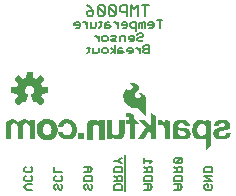
<source format=gbr>
G04 EAGLE Gerber RS-274X export*
G75*
%MOMM*%
%FSLAX34Y34*%
%LPD*%
%INSilkscreen Bottom*%
%IPPOS*%
%AMOC8*
5,1,8,0,0,1.08239X$1,22.5*%
G01*
%ADD10C,0.152400*%
%ADD11C,0.127000*%
%ADD12C,0.025400*%
%ADD13R,0.495300X0.485100*%

G36*
X35990Y100476D02*
X35990Y100476D01*
X36098Y100486D01*
X36111Y100492D01*
X36125Y100494D01*
X36222Y100542D01*
X36321Y100587D01*
X36334Y100598D01*
X36343Y100602D01*
X36358Y100618D01*
X36435Y100680D01*
X39020Y103265D01*
X39083Y103354D01*
X39149Y103439D01*
X39154Y103452D01*
X39162Y103464D01*
X39193Y103567D01*
X39229Y103670D01*
X39229Y103684D01*
X39233Y103697D01*
X39229Y103805D01*
X39230Y103914D01*
X39225Y103927D01*
X39225Y103941D01*
X39187Y104043D01*
X39152Y104145D01*
X39143Y104160D01*
X39139Y104169D01*
X39125Y104186D01*
X39071Y104268D01*
X36307Y107658D01*
X36864Y108740D01*
X36870Y108760D01*
X36912Y108855D01*
X37283Y110014D01*
X41634Y110457D01*
X41738Y110485D01*
X41844Y110510D01*
X41856Y110517D01*
X41869Y110520D01*
X41959Y110581D01*
X42052Y110638D01*
X42060Y110649D01*
X42072Y110657D01*
X42138Y110743D01*
X42207Y110827D01*
X42211Y110840D01*
X42220Y110851D01*
X42254Y110954D01*
X42293Y111055D01*
X42294Y111073D01*
X42298Y111082D01*
X42298Y111104D01*
X42307Y111202D01*
X42307Y114858D01*
X42290Y114965D01*
X42276Y115073D01*
X42270Y115085D01*
X42268Y115099D01*
X42216Y115195D01*
X42169Y115292D01*
X42159Y115302D01*
X42153Y115314D01*
X42073Y115388D01*
X41997Y115465D01*
X41985Y115471D01*
X41975Y115481D01*
X41876Y115526D01*
X41779Y115574D01*
X41761Y115578D01*
X41752Y115582D01*
X41731Y115584D01*
X41634Y115603D01*
X37283Y116046D01*
X36912Y117205D01*
X36903Y117223D01*
X36901Y117230D01*
X36897Y117237D01*
X36864Y117320D01*
X36307Y118402D01*
X39071Y121792D01*
X39125Y121886D01*
X39182Y121978D01*
X39185Y121991D01*
X39192Y122003D01*
X39213Y122110D01*
X39238Y122215D01*
X39236Y122229D01*
X39239Y122243D01*
X39224Y122350D01*
X39214Y122458D01*
X39208Y122471D01*
X39206Y122485D01*
X39158Y122582D01*
X39113Y122681D01*
X39102Y122694D01*
X39098Y122703D01*
X39082Y122718D01*
X39020Y122795D01*
X36435Y125380D01*
X36346Y125443D01*
X36261Y125509D01*
X36248Y125514D01*
X36236Y125522D01*
X36133Y125553D01*
X36030Y125589D01*
X36016Y125589D01*
X36003Y125593D01*
X35895Y125589D01*
X35786Y125590D01*
X35773Y125585D01*
X35759Y125585D01*
X35657Y125547D01*
X35555Y125512D01*
X35540Y125503D01*
X35531Y125499D01*
X35514Y125485D01*
X35432Y125431D01*
X32042Y122667D01*
X30960Y123224D01*
X30940Y123230D01*
X30845Y123272D01*
X29686Y123643D01*
X29243Y127994D01*
X29215Y128098D01*
X29190Y128204D01*
X29183Y128216D01*
X29180Y128229D01*
X29119Y128319D01*
X29062Y128412D01*
X29051Y128420D01*
X29043Y128432D01*
X28957Y128498D01*
X28873Y128567D01*
X28860Y128571D01*
X28849Y128580D01*
X28746Y128614D01*
X28645Y128653D01*
X28627Y128654D01*
X28618Y128658D01*
X28596Y128658D01*
X28498Y128667D01*
X24842Y128667D01*
X24735Y128650D01*
X24627Y128636D01*
X24615Y128630D01*
X24601Y128628D01*
X24505Y128576D01*
X24408Y128529D01*
X24398Y128519D01*
X24386Y128513D01*
X24312Y128433D01*
X24235Y128357D01*
X24229Y128345D01*
X24219Y128335D01*
X24174Y128236D01*
X24126Y128139D01*
X24122Y128121D01*
X24118Y128112D01*
X24116Y128091D01*
X24097Y127994D01*
X23654Y123643D01*
X22495Y123272D01*
X22477Y123262D01*
X22380Y123224D01*
X21298Y122667D01*
X17908Y125431D01*
X17814Y125485D01*
X17722Y125542D01*
X17709Y125545D01*
X17697Y125552D01*
X17590Y125573D01*
X17485Y125598D01*
X17471Y125596D01*
X17457Y125599D01*
X17350Y125584D01*
X17242Y125574D01*
X17229Y125568D01*
X17216Y125566D01*
X17118Y125518D01*
X17019Y125473D01*
X17006Y125462D01*
X16997Y125458D01*
X16982Y125442D01*
X16905Y125380D01*
X14320Y122795D01*
X14257Y122706D01*
X14191Y122621D01*
X14186Y122608D01*
X14178Y122596D01*
X14147Y122493D01*
X14111Y122390D01*
X14111Y122376D01*
X14107Y122363D01*
X14111Y122255D01*
X14110Y122146D01*
X14115Y122133D01*
X14115Y122119D01*
X14153Y122017D01*
X14188Y121915D01*
X14197Y121900D01*
X14201Y121891D01*
X14215Y121874D01*
X14269Y121792D01*
X17033Y118402D01*
X16476Y117320D01*
X16470Y117300D01*
X16428Y117205D01*
X16057Y116046D01*
X11706Y115603D01*
X11602Y115575D01*
X11496Y115550D01*
X11484Y115543D01*
X11471Y115540D01*
X11381Y115479D01*
X11288Y115422D01*
X11280Y115411D01*
X11268Y115403D01*
X11202Y115317D01*
X11134Y115233D01*
X11129Y115220D01*
X11120Y115209D01*
X11086Y115106D01*
X11047Y115005D01*
X11046Y114987D01*
X11042Y114978D01*
X11043Y114956D01*
X11033Y114858D01*
X11033Y111202D01*
X11050Y111095D01*
X11064Y110987D01*
X11070Y110975D01*
X11072Y110961D01*
X11124Y110865D01*
X11171Y110768D01*
X11181Y110758D01*
X11187Y110746D01*
X11267Y110672D01*
X11343Y110595D01*
X11355Y110589D01*
X11366Y110579D01*
X11464Y110534D01*
X11561Y110486D01*
X11579Y110482D01*
X11588Y110478D01*
X11609Y110476D01*
X11706Y110457D01*
X16057Y110014D01*
X16428Y108855D01*
X16438Y108837D01*
X16476Y108740D01*
X17033Y107658D01*
X14269Y104268D01*
X14215Y104174D01*
X14158Y104082D01*
X14155Y104069D01*
X14148Y104057D01*
X14127Y103950D01*
X14102Y103845D01*
X14104Y103831D01*
X14101Y103817D01*
X14116Y103710D01*
X14126Y103602D01*
X14132Y103589D01*
X14134Y103576D01*
X14182Y103478D01*
X14227Y103379D01*
X14238Y103366D01*
X14242Y103357D01*
X14258Y103342D01*
X14320Y103265D01*
X16905Y100680D01*
X16994Y100617D01*
X17079Y100551D01*
X17092Y100546D01*
X17104Y100538D01*
X17207Y100507D01*
X17310Y100471D01*
X17324Y100471D01*
X17337Y100467D01*
X17445Y100471D01*
X17554Y100470D01*
X17567Y100475D01*
X17581Y100475D01*
X17683Y100513D01*
X17785Y100548D01*
X17800Y100557D01*
X17809Y100561D01*
X17826Y100575D01*
X17908Y100629D01*
X21298Y103393D01*
X22380Y102836D01*
X22433Y102819D01*
X22482Y102793D01*
X22548Y102782D01*
X22612Y102761D01*
X22668Y102762D01*
X22722Y102753D01*
X22789Y102764D01*
X22856Y102765D01*
X22908Y102783D01*
X22963Y102792D01*
X23023Y102824D01*
X23086Y102847D01*
X23129Y102881D01*
X23179Y102907D01*
X23225Y102956D01*
X23277Y102998D01*
X23308Y103045D01*
X23346Y103085D01*
X23402Y103190D01*
X23410Y103203D01*
X23411Y103208D01*
X23415Y103215D01*
X25568Y108412D01*
X25588Y108495D01*
X25593Y108508D01*
X25595Y108524D01*
X25620Y108609D01*
X25619Y108630D01*
X25624Y108650D01*
X25616Y108732D01*
X25617Y108751D01*
X25613Y108771D01*
X25609Y108852D01*
X25602Y108872D01*
X25600Y108893D01*
X25568Y108962D01*
X25562Y108989D01*
X25547Y109013D01*
X25521Y109080D01*
X25508Y109096D01*
X25499Y109115D01*
X25454Y109164D01*
X25434Y109196D01*
X25403Y109221D01*
X25365Y109267D01*
X25342Y109283D01*
X25332Y109293D01*
X25311Y109305D01*
X25246Y109350D01*
X25245Y109351D01*
X25244Y109352D01*
X24345Y109858D01*
X23658Y110502D01*
X23143Y111290D01*
X22831Y112178D01*
X22739Y113115D01*
X22872Y114047D01*
X23223Y114921D01*
X23772Y115686D01*
X24486Y116299D01*
X25326Y116724D01*
X26243Y116938D01*
X27184Y116928D01*
X28096Y116694D01*
X28926Y116251D01*
X29627Y115622D01*
X30159Y114845D01*
X30490Y113964D01*
X30603Y113029D01*
X30495Y112112D01*
X30175Y111244D01*
X29661Y110475D01*
X28982Y109848D01*
X28098Y109353D01*
X28056Y109320D01*
X28014Y109297D01*
X27983Y109264D01*
X27935Y109229D01*
X27923Y109213D01*
X27907Y109200D01*
X27872Y109145D01*
X27847Y109119D01*
X27834Y109089D01*
X27792Y109031D01*
X27786Y109012D01*
X27776Y108995D01*
X27757Y108920D01*
X27747Y108897D01*
X27744Y108873D01*
X27721Y108798D01*
X27722Y108778D01*
X27717Y108758D01*
X27724Y108672D01*
X27723Y108654D01*
X27726Y108638D01*
X27729Y108554D01*
X27737Y108529D01*
X27738Y108515D01*
X27748Y108493D01*
X27772Y108412D01*
X28701Y106169D01*
X28701Y106168D01*
X29632Y103921D01*
X29633Y103921D01*
X29925Y103215D01*
X29954Y103168D01*
X29975Y103116D01*
X30018Y103065D01*
X30054Y103008D01*
X30097Y102973D01*
X30133Y102930D01*
X30190Y102896D01*
X30242Y102853D01*
X30294Y102834D01*
X30342Y102805D01*
X30408Y102791D01*
X30471Y102767D01*
X30526Y102765D01*
X30580Y102754D01*
X30647Y102761D01*
X30714Y102759D01*
X30768Y102775D01*
X30823Y102782D01*
X30934Y102826D01*
X30948Y102830D01*
X30952Y102833D01*
X30960Y102836D01*
X32042Y103393D01*
X35432Y100629D01*
X35526Y100575D01*
X35618Y100518D01*
X35631Y100515D01*
X35643Y100508D01*
X35750Y100487D01*
X35855Y100462D01*
X35869Y100464D01*
X35883Y100461D01*
X35990Y100476D01*
G37*
G36*
X124784Y90977D02*
X124784Y90977D01*
X124826Y90992D01*
X124828Y90997D01*
X124832Y90999D01*
X124861Y91072D01*
X124865Y91083D01*
X124865Y91084D01*
X124865Y106248D01*
X124863Y106253D01*
X124865Y106259D01*
X124795Y107090D01*
X124789Y107101D01*
X124790Y107116D01*
X124550Y107915D01*
X124542Y107925D01*
X124540Y107939D01*
X124139Y108671D01*
X124129Y108679D01*
X124124Y108692D01*
X123654Y109242D01*
X123643Y109247D01*
X123636Y109259D01*
X123066Y109704D01*
X123054Y109707D01*
X123044Y109717D01*
X122396Y110038D01*
X122384Y110039D01*
X122372Y110047D01*
X121673Y110231D01*
X121662Y110230D01*
X121651Y110235D01*
X120711Y110308D01*
X120702Y110305D01*
X120691Y110308D01*
X119751Y110235D01*
X119747Y110233D01*
X119741Y110234D01*
X119258Y110158D01*
X119219Y110133D01*
X119179Y110112D01*
X119178Y110108D01*
X119175Y110106D01*
X119165Y110061D01*
X119153Y110017D01*
X119155Y110013D01*
X119154Y110009D01*
X119179Y109971D01*
X119203Y109932D01*
X119207Y109931D01*
X119209Y109928D01*
X119250Y109919D01*
X119290Y109907D01*
X119448Y109923D01*
X119586Y109895D01*
X119719Y109824D01*
X120543Y109225D01*
X120661Y109111D01*
X120733Y108973D01*
X120826Y108558D01*
X120826Y108130D01*
X120733Y107714D01*
X120527Y107310D01*
X120214Y106982D01*
X119608Y106617D01*
X118930Y106410D01*
X118219Y106375D01*
X117609Y106472D01*
X117023Y106670D01*
X116480Y106963D01*
X116055Y107328D01*
X115740Y107788D01*
X115554Y108313D01*
X115511Y108869D01*
X115613Y109417D01*
X115853Y109920D01*
X116223Y110355D01*
X116421Y110565D01*
X117016Y111196D01*
X117611Y111827D01*
X117676Y111896D01*
X117679Y111906D01*
X117688Y111912D01*
X118875Y113670D01*
X118877Y113683D01*
X118887Y113693D01*
X119167Y114381D01*
X119166Y114396D01*
X119175Y114411D01*
X119274Y115146D01*
X119270Y115161D01*
X119275Y115178D01*
X119188Y115915D01*
X119180Y115928D01*
X119180Y115946D01*
X118913Y116638D01*
X118902Y116649D01*
X118898Y116666D01*
X118467Y117269D01*
X118457Y117276D01*
X118451Y117288D01*
X117755Y117946D01*
X117747Y117949D01*
X117742Y117957D01*
X116965Y118517D01*
X116955Y118520D01*
X116947Y118528D01*
X116167Y118916D01*
X116155Y118917D01*
X116144Y118925D01*
X115304Y119156D01*
X115292Y119155D01*
X115280Y119161D01*
X114412Y119227D01*
X114402Y119223D01*
X114390Y119227D01*
X113490Y119141D01*
X113481Y119137D01*
X113471Y119138D01*
X112593Y118918D01*
X112585Y118912D01*
X112573Y118911D01*
X112345Y118810D01*
X111989Y118658D01*
X111988Y118658D01*
X111484Y118437D01*
X111474Y118426D01*
X111457Y118421D01*
X111022Y118083D01*
X111019Y118076D01*
X111011Y118072D01*
X110986Y118047D01*
X110983Y118046D01*
X110948Y117954D01*
X110989Y117865D01*
X111074Y117832D01*
X111677Y117832D01*
X112188Y117775D01*
X112678Y117636D01*
X113159Y117381D01*
X113554Y117011D01*
X113840Y116551D01*
X113997Y116032D01*
X114009Y115729D01*
X113950Y115429D01*
X113744Y114935D01*
X113461Y114477D01*
X113110Y114067D01*
X112698Y113713D01*
X111796Y113062D01*
X111308Y112813D01*
X110779Y112715D01*
X110240Y112773D01*
X110066Y112838D01*
X109705Y113087D01*
X109431Y113426D01*
X109387Y113529D01*
X109371Y113649D01*
X109371Y114529D01*
X109354Y114570D01*
X109340Y114612D01*
X109335Y114615D01*
X109333Y114620D01*
X109292Y114636D01*
X109252Y114655D01*
X109246Y114653D01*
X109241Y114655D01*
X109214Y114643D01*
X109165Y114627D01*
X108039Y113706D01*
X108033Y113694D01*
X108021Y113687D01*
X107114Y112550D01*
X107111Y112539D01*
X107102Y112531D01*
X106600Y111597D01*
X106599Y111587D01*
X106593Y111579D01*
X106235Y110582D01*
X106235Y110572D01*
X106230Y110563D01*
X106023Y109524D01*
X106025Y109514D01*
X106024Y109512D01*
X106025Y109512D01*
X106021Y109503D01*
X105961Y107575D01*
X105965Y107564D01*
X105962Y107552D01*
X106250Y105645D01*
X106256Y105635D01*
X106256Y105623D01*
X106884Y103799D01*
X106891Y103790D01*
X106893Y103778D01*
X107840Y102097D01*
X107848Y102091D01*
X107851Y102080D01*
X108736Y100973D01*
X108743Y100970D01*
X108745Y100964D01*
X108746Y100964D01*
X108748Y100960D01*
X109779Y99988D01*
X109787Y99985D01*
X109793Y99977D01*
X110950Y99160D01*
X110960Y99158D01*
X110968Y99150D01*
X112198Y98550D01*
X112209Y98549D01*
X112219Y98541D01*
X113538Y98173D01*
X113549Y98175D01*
X113560Y98169D01*
X114924Y98045D01*
X114929Y98047D01*
X114935Y98045D01*
X117210Y98045D01*
X117578Y97980D01*
X117929Y97853D01*
X118919Y97264D01*
X119773Y96482D01*
X124645Y91000D01*
X124649Y90998D01*
X124651Y90993D01*
X124693Y90977D01*
X124734Y90958D01*
X124738Y90960D01*
X124743Y90958D01*
X124784Y90977D01*
G37*
G36*
X176151Y62283D02*
X176151Y62283D01*
X176153Y62282D01*
X176174Y62291D01*
X176234Y62314D01*
X180374Y66048D01*
X180376Y66054D01*
X180382Y66057D01*
X180406Y66117D01*
X180415Y66138D01*
X180414Y66140D01*
X180415Y66142D01*
X180415Y86716D01*
X180400Y86753D01*
X180390Y86792D01*
X180381Y86798D01*
X180377Y86807D01*
X180349Y86818D01*
X180313Y86840D01*
X176427Y87576D01*
X176412Y87573D01*
X176397Y87578D01*
X176365Y87563D01*
X176330Y87555D01*
X176322Y87542D01*
X176309Y87536D01*
X176294Y87497D01*
X176278Y87472D01*
X176281Y87461D01*
X176277Y87450D01*
X176301Y85533D01*
X176167Y85682D01*
X176166Y85683D01*
X176166Y85684D01*
X175277Y86649D01*
X175271Y86651D01*
X175267Y86658D01*
X174924Y86959D01*
X174913Y86963D01*
X174905Y86973D01*
X174511Y87206D01*
X174502Y87207D01*
X174494Y87214D01*
X173173Y87747D01*
X173162Y87747D01*
X173152Y87754D01*
X172670Y87856D01*
X172658Y87853D01*
X172646Y87858D01*
X170665Y87883D01*
X170654Y87879D01*
X170642Y87881D01*
X169557Y87698D01*
X169547Y87691D01*
X169533Y87691D01*
X168508Y87291D01*
X168501Y87283D01*
X168489Y87281D01*
X167587Y86740D01*
X167582Y86734D01*
X167573Y86731D01*
X166749Y86078D01*
X166743Y86068D01*
X166733Y86063D01*
X165941Y85173D01*
X165937Y85160D01*
X165925Y85151D01*
X165346Y84110D01*
X165344Y84098D01*
X165336Y84087D01*
X164662Y81974D01*
X164663Y81963D01*
X164657Y81952D01*
X164374Y79752D01*
X164377Y79741D01*
X164373Y79729D01*
X164491Y77514D01*
X164496Y77504D01*
X164494Y77492D01*
X164817Y76116D01*
X164824Y76107D01*
X164824Y76095D01*
X165380Y74795D01*
X165388Y74787D01*
X165390Y74776D01*
X166162Y73591D01*
X166171Y73585D01*
X166176Y73574D01*
X166833Y72867D01*
X166843Y72863D01*
X166849Y72853D01*
X167617Y72268D01*
X167628Y72266D01*
X167635Y72257D01*
X168491Y71811D01*
X168502Y71810D01*
X168511Y71802D01*
X169430Y71508D01*
X169440Y71509D01*
X169450Y71503D01*
X170662Y71314D01*
X170671Y71316D01*
X170680Y71313D01*
X171907Y71296D01*
X171915Y71299D01*
X171925Y71297D01*
X173142Y71452D01*
X173152Y71457D01*
X173164Y71457D01*
X174008Y71721D01*
X174018Y71729D01*
X174033Y71732D01*
X174802Y72169D01*
X174810Y72179D01*
X174824Y72184D01*
X175484Y72774D01*
X175490Y72786D01*
X175502Y72794D01*
X176022Y73510D01*
X176023Y73512D01*
X176023Y62408D01*
X176041Y62364D01*
X176058Y62321D01*
X176060Y62320D01*
X176061Y62317D01*
X176105Y62300D01*
X176149Y62282D01*
X176151Y62283D01*
G37*
G36*
X10721Y71630D02*
X10721Y71630D01*
X10723Y71629D01*
X10766Y71649D01*
X10810Y71667D01*
X10810Y71669D01*
X10812Y71670D01*
X10845Y71755D01*
X10845Y82034D01*
X10952Y82914D01*
X11264Y83736D01*
X11525Y84120D01*
X11868Y84433D01*
X12274Y84659D01*
X12722Y84787D01*
X13626Y84855D01*
X14529Y84763D01*
X14939Y84637D01*
X15311Y84427D01*
X15326Y84413D01*
X15467Y84287D01*
X15607Y84160D01*
X15629Y84141D01*
X16014Y83613D01*
X16287Y83018D01*
X16436Y82379D01*
X16511Y81276D01*
X16511Y71755D01*
X16512Y71753D01*
X16511Y71751D01*
X16531Y71708D01*
X16549Y71664D01*
X16551Y71664D01*
X16552Y71662D01*
X16637Y71629D01*
X20955Y71629D01*
X20957Y71630D01*
X20959Y71629D01*
X21002Y71649D01*
X21046Y71667D01*
X21046Y71669D01*
X21048Y71670D01*
X21081Y71755D01*
X21081Y82314D01*
X21161Y82977D01*
X21392Y83596D01*
X21762Y84143D01*
X22109Y84461D01*
X22518Y84694D01*
X22968Y84830D01*
X23445Y84862D01*
X24293Y84812D01*
X24733Y84730D01*
X25137Y84552D01*
X25492Y84286D01*
X26311Y83342D01*
X26595Y82804D01*
X26726Y82213D01*
X26696Y81591D01*
X26697Y81588D01*
X26696Y81585D01*
X26696Y71780D01*
X26697Y71778D01*
X26696Y71776D01*
X26716Y71733D01*
X26734Y71689D01*
X26736Y71689D01*
X26737Y71687D01*
X26822Y71654D01*
X31140Y71654D01*
X31142Y71655D01*
X31144Y71654D01*
X31187Y71674D01*
X31231Y71692D01*
X31231Y71694D01*
X31233Y71695D01*
X31266Y71780D01*
X31266Y87833D01*
X31265Y87835D01*
X31266Y87837D01*
X31246Y87880D01*
X31228Y87924D01*
X31226Y87924D01*
X31225Y87926D01*
X31140Y87959D01*
X27153Y87959D01*
X27151Y87958D01*
X27149Y87959D01*
X27106Y87939D01*
X27062Y87921D01*
X27062Y87919D01*
X27060Y87918D01*
X27027Y87833D01*
X27027Y85780D01*
X26996Y85787D01*
X26694Y86183D01*
X26688Y86186D01*
X26685Y86194D01*
X25923Y86981D01*
X25915Y86984D01*
X25911Y86991D01*
X25149Y87603D01*
X25135Y87607D01*
X25123Y87620D01*
X24233Y88024D01*
X24221Y88024D01*
X24210Y88032D01*
X23118Y88286D01*
X23109Y88285D01*
X23101Y88289D01*
X21729Y88416D01*
X21719Y88413D01*
X21708Y88416D01*
X20751Y88347D01*
X20740Y88341D01*
X20726Y88342D01*
X19803Y88082D01*
X19793Y88074D01*
X19780Y88072D01*
X18990Y87669D01*
X18982Y87660D01*
X18969Y87656D01*
X18271Y87110D01*
X18265Y87099D01*
X18253Y87093D01*
X17671Y86424D01*
X17668Y86412D01*
X17657Y86404D01*
X17277Y85746D01*
X17235Y85788D01*
X16780Y86269D01*
X16777Y86270D01*
X16776Y86273D01*
X15988Y87032D01*
X15979Y87035D01*
X15974Y87044D01*
X15085Y87682D01*
X15074Y87684D01*
X15066Y87692D01*
X14261Y88086D01*
X14249Y88086D01*
X14238Y88094D01*
X13373Y88326D01*
X13361Y88324D01*
X13349Y88330D01*
X12455Y88391D01*
X12446Y88388D01*
X12435Y88391D01*
X11156Y88284D01*
X11149Y88280D01*
X11142Y88282D01*
X9882Y88033D01*
X9873Y88027D01*
X9861Y88027D01*
X8995Y87701D01*
X8985Y87691D01*
X8970Y87688D01*
X8196Y87181D01*
X8189Y87169D01*
X8175Y87163D01*
X7529Y86499D01*
X7526Y86489D01*
X7522Y86488D01*
X7521Y86484D01*
X7513Y86478D01*
X6925Y85539D01*
X6923Y85526D01*
X6913Y85516D01*
X6527Y84477D01*
X6528Y84464D01*
X6521Y84452D01*
X6352Y83356D01*
X6355Y83347D01*
X6351Y83337D01*
X6351Y71755D01*
X6352Y71753D01*
X6351Y71751D01*
X6371Y71708D01*
X6389Y71664D01*
X6391Y71664D01*
X6392Y71662D01*
X6477Y71629D01*
X10719Y71629D01*
X10721Y71630D01*
G37*
G36*
X158601Y71299D02*
X158601Y71299D01*
X158612Y71304D01*
X158626Y71302D01*
X159998Y71610D01*
X160009Y71618D01*
X160024Y71619D01*
X161293Y72225D01*
X161302Y72235D01*
X161316Y72239D01*
X161764Y72581D01*
X161770Y72591D01*
X161782Y72597D01*
X162159Y73017D01*
X162163Y73028D01*
X162173Y73036D01*
X162465Y73519D01*
X162467Y73530D01*
X162475Y73540D01*
X162848Y74533D01*
X162848Y74544D01*
X162854Y74555D01*
X163043Y75599D01*
X163040Y75610D01*
X163045Y75622D01*
X163042Y76683D01*
X163039Y76690D01*
X163041Y76693D01*
X163038Y76700D01*
X163039Y76710D01*
X162833Y77651D01*
X162824Y77663D01*
X162823Y77680D01*
X162394Y78542D01*
X162384Y78551D01*
X162379Y78566D01*
X161881Y79175D01*
X161876Y79178D01*
X161874Y79182D01*
X161868Y79184D01*
X161863Y79193D01*
X161253Y79691D01*
X161241Y79694D01*
X161232Y79705D01*
X160536Y80071D01*
X160525Y80072D01*
X160516Y80079D01*
X159031Y80563D01*
X159023Y80562D01*
X159014Y80567D01*
X157477Y80845D01*
X157473Y80844D01*
X157468Y80847D01*
X155262Y81075D01*
X153956Y81301D01*
X153487Y81466D01*
X153059Y81712D01*
X152775Y81973D01*
X152715Y82060D01*
X152673Y82157D01*
X152562Y82678D01*
X152562Y83209D01*
X152673Y83730D01*
X152812Y84044D01*
X153011Y84323D01*
X153264Y84557D01*
X153578Y84750D01*
X153924Y84878D01*
X154293Y84939D01*
X155648Y84989D01*
X156235Y84935D01*
X156796Y84770D01*
X157260Y84515D01*
X157650Y84159D01*
X157945Y83721D01*
X158129Y83226D01*
X158192Y82695D01*
X158192Y82652D01*
X158193Y82650D01*
X158192Y82648D01*
X158212Y82605D01*
X158230Y82561D01*
X158232Y82561D01*
X158233Y82559D01*
X158318Y82526D01*
X162459Y82526D01*
X162460Y82524D01*
X162502Y82514D01*
X162544Y82500D01*
X162550Y82503D01*
X162556Y82502D01*
X162581Y82518D01*
X162626Y82539D01*
X162651Y82564D01*
X162651Y82565D01*
X162667Y82607D01*
X162686Y82656D01*
X162686Y82657D01*
X162666Y82699D01*
X162647Y82742D01*
X162525Y83633D01*
X162519Y83644D01*
X162519Y83659D01*
X162185Y84600D01*
X162176Y84610D01*
X162173Y84624D01*
X161654Y85477D01*
X161643Y85485D01*
X161638Y85498D01*
X160955Y86228D01*
X160943Y86233D01*
X160935Y86245D01*
X160118Y86819D01*
X160106Y86822D01*
X160097Y86831D01*
X158939Y87360D01*
X158929Y87360D01*
X158920Y87367D01*
X157691Y87701D01*
X157682Y87700D01*
X157673Y87704D01*
X155933Y87918D01*
X155925Y87915D01*
X155917Y87918D01*
X154163Y87910D01*
X154156Y87907D01*
X154147Y87909D01*
X152408Y87679D01*
X152400Y87674D01*
X152389Y87675D01*
X150975Y87250D01*
X150966Y87242D01*
X150952Y87241D01*
X149649Y86547D01*
X149640Y86537D01*
X149626Y86532D01*
X149064Y86049D01*
X149057Y86035D01*
X149043Y86026D01*
X148616Y85421D01*
X148613Y85406D01*
X148601Y85394D01*
X148334Y84703D01*
X148335Y84688D01*
X148327Y84673D01*
X148236Y83938D01*
X148238Y83930D01*
X148235Y83922D01*
X148235Y79096D01*
X148236Y79094D01*
X148235Y79092D01*
X148242Y79077D01*
X148210Y78993D01*
X148235Y74655D01*
X148133Y73318D01*
X147784Y72023D01*
X147710Y71824D01*
X147711Y71799D01*
X147702Y71776D01*
X147713Y71752D01*
X147714Y71726D01*
X147733Y71709D01*
X147743Y71687D01*
X147770Y71676D01*
X147788Y71660D01*
X147807Y71662D01*
X147828Y71654D01*
X151862Y71654D01*
X151898Y71651D01*
X151926Y71660D01*
X151966Y71664D01*
X152003Y71683D01*
X152022Y71705D01*
X152054Y71729D01*
X152076Y71765D01*
X152078Y71782D01*
X152090Y71798D01*
X152166Y72078D01*
X152165Y72081D01*
X152167Y72084D01*
X152394Y73113D01*
X152404Y73136D01*
X152410Y73142D01*
X152418Y73144D01*
X152427Y73143D01*
X152451Y73127D01*
X153278Y72424D01*
X153289Y72420D01*
X153298Y72410D01*
X154249Y71870D01*
X154260Y71869D01*
X154270Y71861D01*
X155305Y71508D01*
X155317Y71509D01*
X155327Y71503D01*
X156945Y71262D01*
X156955Y71265D01*
X156966Y71261D01*
X158601Y71299D01*
G37*
G36*
X133734Y71528D02*
X133734Y71528D01*
X133737Y71527D01*
X133820Y71564D01*
X133871Y71615D01*
X133873Y71618D01*
X133875Y71619D01*
X133908Y71704D01*
X133908Y91034D01*
X133900Y91053D01*
X133902Y91073D01*
X133881Y91100D01*
X133870Y91125D01*
X133856Y91130D01*
X133845Y91144D01*
X129705Y93506D01*
X129670Y93510D01*
X129638Y93522D01*
X129623Y93515D01*
X129607Y93517D01*
X129580Y93495D01*
X129549Y93481D01*
X129542Y93465D01*
X129530Y93455D01*
X129528Y93428D01*
X129516Y93396D01*
X129516Y81966D01*
X124041Y87440D01*
X124038Y87442D01*
X124037Y87444D01*
X123952Y87477D01*
X119278Y87477D01*
X119276Y87477D01*
X119275Y87477D01*
X119231Y87457D01*
X119187Y87439D01*
X119187Y87437D01*
X119185Y87436D01*
X119169Y87392D01*
X119152Y87347D01*
X119153Y87345D01*
X119152Y87344D01*
X119190Y87261D01*
X124881Y81695D01*
X118284Y71800D01*
X118277Y71762D01*
X118263Y71725D01*
X118268Y71715D01*
X118266Y71703D01*
X118288Y71672D01*
X118305Y71636D01*
X118316Y71632D01*
X118322Y71623D01*
X118352Y71618D01*
X118390Y71604D01*
X123470Y71629D01*
X123487Y71636D01*
X123505Y71634D01*
X123534Y71656D01*
X123560Y71668D01*
X123565Y71680D01*
X123577Y71690D01*
X127810Y78668D01*
X129465Y77061D01*
X129465Y71653D01*
X129466Y71651D01*
X129465Y71649D01*
X129485Y71606D01*
X129503Y71562D01*
X129505Y71562D01*
X129506Y71560D01*
X129591Y71527D01*
X133731Y71527D01*
X133734Y71528D01*
G37*
G36*
X102166Y71227D02*
X102166Y71227D01*
X102177Y71224D01*
X103210Y71371D01*
X103221Y71377D01*
X103234Y71377D01*
X104220Y71720D01*
X104229Y71728D01*
X104242Y71730D01*
X105144Y72256D01*
X105151Y72266D01*
X105164Y72271D01*
X105418Y72499D01*
X105424Y72510D01*
X105435Y72518D01*
X106096Y73403D01*
X106098Y73414D01*
X106108Y73423D01*
X106596Y74413D01*
X106596Y74425D01*
X106604Y74435D01*
X106904Y75498D01*
X106902Y75509D01*
X106908Y75521D01*
X107009Y76620D01*
X107007Y76626D01*
X107009Y76632D01*
X107009Y87427D01*
X107008Y87429D01*
X107009Y87431D01*
X106989Y87474D01*
X106971Y87518D01*
X106969Y87518D01*
X106968Y87520D01*
X106883Y87553D01*
X102743Y87553D01*
X102741Y87552D01*
X102739Y87553D01*
X102696Y87533D01*
X102652Y87515D01*
X102652Y87513D01*
X102650Y87512D01*
X102617Y87427D01*
X102617Y77430D01*
X102468Y76600D01*
X102125Y75832D01*
X101853Y75470D01*
X101512Y75169D01*
X101117Y74944D01*
X100428Y74721D01*
X99709Y74641D01*
X98988Y74708D01*
X98297Y74920D01*
X97787Y75208D01*
X97356Y75605D01*
X97029Y76090D01*
X96820Y76640D01*
X96595Y77844D01*
X96519Y79074D01*
X96519Y87376D01*
X96518Y87378D01*
X96519Y87380D01*
X96499Y87423D01*
X96481Y87467D01*
X96479Y87467D01*
X96478Y87469D01*
X96393Y87502D01*
X92177Y87502D01*
X92175Y87501D01*
X92173Y87502D01*
X92130Y87482D01*
X92086Y87464D01*
X92086Y87462D01*
X92084Y87461D01*
X92051Y87376D01*
X92051Y71755D01*
X92052Y71753D01*
X92051Y71751D01*
X92071Y71708D01*
X92089Y71664D01*
X92091Y71664D01*
X92092Y71662D01*
X92177Y71629D01*
X96190Y71629D01*
X96192Y71630D01*
X96194Y71629D01*
X96237Y71649D01*
X96281Y71667D01*
X96281Y71669D01*
X96283Y71670D01*
X96316Y71755D01*
X96316Y73812D01*
X96823Y73171D01*
X96831Y73167D01*
X96835Y73158D01*
X97662Y72373D01*
X97671Y72370D01*
X97676Y72362D01*
X98606Y71703D01*
X98615Y71701D01*
X98623Y71693D01*
X98868Y71571D01*
X98879Y71570D01*
X98888Y71563D01*
X99150Y71482D01*
X99159Y71483D01*
X99168Y71478D01*
X100646Y71255D01*
X100654Y71257D01*
X100662Y71253D01*
X102156Y71223D01*
X102166Y71227D01*
G37*
G36*
X89689Y71554D02*
X89689Y71554D01*
X89691Y71553D01*
X89734Y71573D01*
X89778Y71591D01*
X89778Y71593D01*
X89780Y71594D01*
X89813Y71679D01*
X89813Y87401D01*
X89812Y87403D01*
X89813Y87405D01*
X89793Y87448D01*
X89775Y87492D01*
X89773Y87492D01*
X89772Y87494D01*
X89687Y87527D01*
X85649Y87527D01*
X85647Y87526D01*
X85645Y87527D01*
X85602Y87507D01*
X85558Y87489D01*
X85558Y87487D01*
X85556Y87486D01*
X85523Y87401D01*
X85523Y85333D01*
X85481Y85362D01*
X85367Y85498D01*
X85090Y85876D01*
X85086Y85878D01*
X85084Y85883D01*
X84682Y86356D01*
X84675Y86360D01*
X84671Y86368D01*
X84476Y86544D01*
X84336Y86670D01*
X84210Y86784D01*
X84200Y86787D01*
X84192Y86797D01*
X83294Y87364D01*
X83281Y87367D01*
X83270Y87376D01*
X82274Y87745D01*
X82261Y87745D01*
X82248Y87752D01*
X81196Y87907D01*
X81186Y87904D01*
X81175Y87908D01*
X79169Y87858D01*
X79159Y87854D01*
X79146Y87856D01*
X78169Y87650D01*
X78157Y87642D01*
X78141Y87641D01*
X77236Y87219D01*
X77227Y87208D01*
X77212Y87204D01*
X76427Y86586D01*
X76421Y86575D01*
X76409Y86569D01*
X75920Y85994D01*
X75917Y85983D01*
X75907Y85976D01*
X75523Y85327D01*
X75521Y85316D01*
X75513Y85307D01*
X75244Y84602D01*
X75244Y84593D01*
X75239Y84584D01*
X74999Y83477D01*
X75001Y83468D01*
X74997Y83460D01*
X74906Y82331D01*
X74908Y82326D01*
X74906Y82321D01*
X74906Y71780D01*
X74907Y71778D01*
X74906Y71776D01*
X74926Y71733D01*
X74944Y71689D01*
X74946Y71689D01*
X74947Y71687D01*
X75032Y71654D01*
X79121Y71654D01*
X79123Y71655D01*
X79125Y71654D01*
X79168Y71674D01*
X79212Y71692D01*
X79212Y71694D01*
X79214Y71695D01*
X79247Y71780D01*
X79247Y81426D01*
X79312Y82144D01*
X79503Y82832D01*
X79813Y83474D01*
X80109Y83861D01*
X80483Y84170D01*
X80918Y84387D01*
X81218Y84464D01*
X81534Y84481D01*
X82639Y84431D01*
X83195Y84344D01*
X83711Y84140D01*
X84168Y83826D01*
X84685Y83257D01*
X85048Y82578D01*
X85265Y81828D01*
X85345Y81045D01*
X85345Y71679D01*
X85346Y71677D01*
X85345Y71675D01*
X85365Y71632D01*
X85383Y71588D01*
X85385Y71588D01*
X85386Y71586D01*
X85471Y71553D01*
X89687Y71553D01*
X89689Y71554D01*
G37*
G36*
X41403Y71482D02*
X41403Y71482D01*
X41419Y71478D01*
X44416Y71884D01*
X44437Y71896D01*
X44466Y71902D01*
X47311Y73680D01*
X47325Y73701D01*
X47350Y73719D01*
X48950Y76208D01*
X48954Y76231D01*
X48969Y76256D01*
X49579Y80142D01*
X49573Y80164D01*
X49577Y80190D01*
X48764Y83746D01*
X48749Y83767D01*
X48740Y83796D01*
X46606Y86514D01*
X46584Y86526D01*
X46563Y86549D01*
X43185Y88226D01*
X43165Y88227D01*
X43144Y88238D01*
X41671Y88415D01*
X41664Y88413D01*
X41656Y88416D01*
X41605Y88416D01*
X41585Y88408D01*
X41559Y88407D01*
X41432Y88357D01*
X41411Y88337D01*
X41385Y88325D01*
X41376Y88303D01*
X41361Y88289D01*
X41362Y88265D01*
X41352Y88240D01*
X41352Y85319D01*
X41369Y85279D01*
X41381Y85238D01*
X41388Y85234D01*
X41390Y85228D01*
X41418Y85217D01*
X41461Y85194D01*
X42556Y85044D01*
X43704Y84409D01*
X44492Y83325D01*
X44888Y82436D01*
X45162Y80962D01*
X45213Y79103D01*
X45038Y77855D01*
X44663Y76706D01*
X44125Y75679D01*
X42477Y74671D01*
X40729Y74449D01*
X38978Y75041D01*
X38908Y75105D01*
X38630Y75358D01*
X38352Y75610D01*
X38213Y75736D01*
X37936Y75989D01*
X37935Y75989D01*
X37899Y76022D01*
X37356Y77232D01*
X36981Y78780D01*
X36981Y80205D01*
X37232Y82134D01*
X37976Y83746D01*
X38810Y84555D01*
X39763Y85068D01*
X40950Y85167D01*
X41046Y85167D01*
X41049Y85168D01*
X41052Y85167D01*
X41094Y85187D01*
X41137Y85205D01*
X41138Y85208D01*
X41141Y85210D01*
X41172Y85295D01*
X41146Y86883D01*
X41143Y87009D01*
X41143Y87010D01*
X41141Y87136D01*
X41139Y87262D01*
X41137Y87388D01*
X41135Y87514D01*
X41135Y87515D01*
X41133Y87641D01*
X41131Y87767D01*
X41129Y87893D01*
X41126Y88019D01*
X41126Y88020D01*
X41124Y88146D01*
X41122Y88267D01*
X41118Y88276D01*
X41121Y88285D01*
X41099Y88320D01*
X41082Y88357D01*
X41074Y88360D01*
X41069Y88368D01*
X41017Y88381D01*
X40990Y88391D01*
X40985Y88389D01*
X40980Y88390D01*
X38973Y88136D01*
X38962Y88130D01*
X38948Y88130D01*
X37322Y87571D01*
X37310Y87560D01*
X37291Y87556D01*
X35310Y86185D01*
X35302Y86172D01*
X35286Y86163D01*
X34194Y84893D01*
X34189Y84877D01*
X34175Y84862D01*
X33134Y82525D01*
X33133Y82508D01*
X33124Y82490D01*
X32844Y80305D01*
X32848Y80290D01*
X32844Y80274D01*
X33098Y78166D01*
X33102Y78158D01*
X33101Y78147D01*
X33787Y75683D01*
X33798Y75669D01*
X33802Y75650D01*
X34615Y74355D01*
X34627Y74346D01*
X34635Y74331D01*
X35829Y73188D01*
X35838Y73184D01*
X35843Y73176D01*
X36960Y72389D01*
X36977Y72385D01*
X36992Y72373D01*
X38846Y71738D01*
X38860Y71739D01*
X38874Y71731D01*
X41389Y71477D01*
X41403Y71482D01*
G37*
G36*
X189384Y71275D02*
X189384Y71275D01*
X189391Y71273D01*
X191957Y71451D01*
X191966Y71456D01*
X191976Y71454D01*
X192897Y71666D01*
X192908Y71674D01*
X192922Y71675D01*
X193779Y72072D01*
X193785Y72079D01*
X193794Y72081D01*
X194988Y72843D01*
X194993Y72849D01*
X195001Y72852D01*
X195516Y73283D01*
X195521Y73294D01*
X195533Y73300D01*
X195953Y73824D01*
X195957Y73835D01*
X195967Y73844D01*
X196276Y74440D01*
X196277Y74449D01*
X196284Y74457D01*
X196716Y75727D01*
X196715Y75737D01*
X196720Y75746D01*
X196822Y76330D01*
X196821Y76337D01*
X196824Y76343D01*
X196849Y76699D01*
X196848Y76703D01*
X196849Y76706D01*
X196848Y76708D01*
X196849Y76712D01*
X196837Y76738D01*
X196834Y76768D01*
X196833Y76769D01*
X196833Y76770D01*
X196822Y76779D01*
X196817Y76792D01*
X196811Y76795D01*
X196808Y76801D01*
X196778Y76813D01*
X196758Y76829D01*
X196756Y76829D01*
X196755Y76830D01*
X196740Y76829D01*
X196728Y76834D01*
X196726Y76833D01*
X196723Y76834D01*
X192862Y76834D01*
X192860Y76833D01*
X192858Y76834D01*
X192815Y76814D01*
X192771Y76796D01*
X192771Y76794D01*
X192769Y76793D01*
X192736Y76708D01*
X192736Y76661D01*
X192707Y76164D01*
X192561Y75702D01*
X192305Y75288D01*
X192201Y75183D01*
X192075Y75057D01*
X191863Y74845D01*
X191336Y74508D01*
X190749Y74291D01*
X190187Y74218D01*
X188857Y74218D01*
X188254Y74292D01*
X187687Y74489D01*
X187174Y74801D01*
X186887Y75085D01*
X186678Y75430D01*
X186561Y75815D01*
X186544Y76219D01*
X186629Y76614D01*
X186810Y76976D01*
X187075Y77280D01*
X187411Y77511D01*
X188518Y77981D01*
X189692Y78287D01*
X193323Y79150D01*
X193330Y79155D01*
X193339Y79155D01*
X194147Y79461D01*
X194154Y79467D01*
X194164Y79469D01*
X194915Y79896D01*
X194921Y79903D01*
X194931Y79907D01*
X195608Y80444D01*
X195613Y80454D01*
X195624Y80460D01*
X195961Y80845D01*
X195965Y80858D01*
X195976Y80867D01*
X196225Y81314D01*
X196226Y81327D01*
X196235Y81338D01*
X196387Y81827D01*
X196385Y81839D01*
X196392Y81852D01*
X196497Y82988D01*
X196494Y83001D01*
X196497Y83014D01*
X196368Y84148D01*
X196362Y84159D01*
X196363Y84173D01*
X196005Y85257D01*
X195997Y85266D01*
X195995Y85280D01*
X195696Y85802D01*
X195686Y85809D01*
X195681Y85822D01*
X195287Y86277D01*
X195276Y86282D01*
X195269Y86294D01*
X194793Y86663D01*
X194782Y86666D01*
X194773Y86675D01*
X193492Y87329D01*
X193481Y87330D01*
X193471Y87337D01*
X192093Y87748D01*
X192082Y87747D01*
X192070Y87753D01*
X190641Y87908D01*
X190634Y87906D01*
X190627Y87908D01*
X188824Y87908D01*
X188818Y87906D01*
X188811Y87908D01*
X187418Y87768D01*
X187409Y87763D01*
X187398Y87764D01*
X186047Y87396D01*
X186038Y87389D01*
X186024Y87387D01*
X184927Y86849D01*
X184918Y86839D01*
X184904Y86835D01*
X183945Y86078D01*
X183939Y86068D01*
X183928Y86063D01*
X183580Y85667D01*
X183578Y85662D01*
X183577Y85662D01*
X183576Y85658D01*
X183568Y85652D01*
X183282Y85210D01*
X183280Y85200D01*
X183273Y85193D01*
X182917Y84405D01*
X182917Y84400D01*
X182913Y84396D01*
X182710Y83838D01*
X182712Y83814D01*
X182707Y83802D01*
X182710Y83795D01*
X182705Y83770D01*
X182714Y83756D01*
X182705Y83744D01*
X182707Y83738D01*
X182703Y83731D01*
X182627Y83020D01*
X182629Y83014D01*
X182628Y83010D01*
X182629Y83008D01*
X182627Y83003D01*
X182644Y82966D01*
X182656Y82926D01*
X182664Y82922D01*
X182668Y82914D01*
X182718Y82894D01*
X182744Y82881D01*
X182748Y82883D01*
X182753Y82881D01*
X186639Y82881D01*
X186683Y82899D01*
X186727Y82917D01*
X186728Y82918D01*
X186730Y82919D01*
X186737Y82938D01*
X186765Y82999D01*
X186781Y83259D01*
X186836Y83502D01*
X186986Y83854D01*
X187204Y84167D01*
X187480Y84431D01*
X187902Y84702D01*
X188369Y84891D01*
X188865Y84989D01*
X189713Y85033D01*
X190561Y84989D01*
X191010Y84904D01*
X191434Y84747D01*
X191735Y84552D01*
X191968Y84284D01*
X192123Y83942D01*
X192171Y83570D01*
X192106Y83201D01*
X191922Y82840D01*
X191687Y82597D01*
X191639Y82547D01*
X190964Y82131D01*
X190212Y81859D01*
X188189Y81455D01*
X188188Y81454D01*
X188187Y81454D01*
X186464Y81073D01*
X186457Y81068D01*
X186448Y81068D01*
X184792Y80458D01*
X184786Y80452D01*
X184776Y80451D01*
X184020Y80046D01*
X184014Y80039D01*
X184005Y80036D01*
X183313Y79528D01*
X183308Y79518D01*
X183296Y79513D01*
X182964Y79163D01*
X182959Y79151D01*
X182948Y79142D01*
X182696Y78730D01*
X182694Y78716D01*
X182684Y78704D01*
X182347Y77701D01*
X182348Y77686D01*
X182340Y77672D01*
X182246Y76617D01*
X182249Y76608D01*
X182246Y76597D01*
X182322Y75556D01*
X182326Y75548D01*
X182325Y75538D01*
X182468Y74874D01*
X182474Y74864D01*
X182475Y74851D01*
X182741Y74226D01*
X182749Y74217D01*
X182752Y74205D01*
X183131Y73641D01*
X183141Y73634D01*
X183146Y73623D01*
X183872Y72880D01*
X183882Y72876D01*
X183888Y72865D01*
X184732Y72259D01*
X184742Y72257D01*
X184751Y72248D01*
X185686Y71797D01*
X185697Y71796D01*
X185707Y71789D01*
X186707Y71507D01*
X186715Y71508D01*
X186724Y71503D01*
X188038Y71321D01*
X188045Y71323D01*
X188051Y71320D01*
X189378Y71273D01*
X189384Y71275D01*
G37*
G36*
X59582Y71372D02*
X59582Y71372D01*
X59589Y71375D01*
X59597Y71374D01*
X61160Y71656D01*
X61168Y71661D01*
X61178Y71660D01*
X62248Y72015D01*
X62256Y72021D01*
X62267Y72023D01*
X63264Y72549D01*
X63271Y72557D01*
X63282Y72561D01*
X64178Y73245D01*
X64183Y73254D01*
X64194Y73259D01*
X64964Y74082D01*
X64966Y74088D01*
X64968Y74089D01*
X64970Y74093D01*
X64977Y74098D01*
X65659Y75114D01*
X65661Y75124D01*
X65669Y75132D01*
X66183Y76243D01*
X66184Y76252D01*
X66190Y76261D01*
X66524Y77439D01*
X66523Y77449D01*
X66528Y77458D01*
X66673Y78674D01*
X66671Y78683D01*
X66674Y78693D01*
X66673Y78725D01*
X66673Y78726D01*
X66665Y78978D01*
X66666Y78978D01*
X66665Y78978D01*
X66662Y79104D01*
X66654Y79357D01*
X66650Y79483D01*
X66642Y79735D01*
X66642Y79736D01*
X66639Y79862D01*
X66635Y79988D01*
X66631Y80114D01*
X66623Y80367D01*
X66619Y80493D01*
X66612Y80745D01*
X66612Y80746D01*
X66608Y80872D01*
X66600Y81124D01*
X66598Y81182D01*
X66594Y81191D01*
X66596Y81203D01*
X66298Y82693D01*
X66291Y82703D01*
X66291Y82716D01*
X65714Y84122D01*
X65706Y84130D01*
X65703Y84143D01*
X64869Y85414D01*
X64859Y85420D01*
X64854Y85432D01*
X63793Y86520D01*
X63782Y86525D01*
X63774Y86536D01*
X62525Y87401D01*
X62513Y87404D01*
X62504Y87413D01*
X61113Y88025D01*
X61101Y88025D01*
X61089Y88032D01*
X59583Y88365D01*
X59571Y88362D01*
X59558Y88368D01*
X58016Y88391D01*
X58007Y88388D01*
X57998Y88390D01*
X56563Y88201D01*
X56558Y88198D01*
X56552Y88199D01*
X55141Y87880D01*
X55133Y87875D01*
X55123Y87874D01*
X53966Y87417D01*
X53956Y87407D01*
X53942Y87404D01*
X52911Y86707D01*
X52904Y86696D01*
X52890Y86689D01*
X52035Y85786D01*
X52030Y85774D01*
X52018Y85765D01*
X51378Y84698D01*
X51376Y84686D01*
X51368Y84677D01*
X50943Y83522D01*
X50943Y83512D01*
X50938Y83503D01*
X50701Y82295D01*
X50704Y82281D01*
X50699Y82267D01*
X50714Y82234D01*
X50721Y82199D01*
X50734Y82191D01*
X50740Y82178D01*
X50779Y82162D01*
X50805Y82146D01*
X50815Y82149D01*
X50825Y82145D01*
X55016Y82145D01*
X55018Y82146D01*
X55020Y82145D01*
X55063Y82165D01*
X55107Y82183D01*
X55107Y82185D01*
X55109Y82186D01*
X55142Y82271D01*
X55142Y82289D01*
X55209Y82868D01*
X55402Y83410D01*
X55713Y83895D01*
X56126Y84296D01*
X56619Y84594D01*
X57411Y84855D01*
X58243Y84938D01*
X59083Y84872D01*
X59904Y84691D01*
X60318Y84505D01*
X60665Y84215D01*
X61352Y83304D01*
X61857Y82279D01*
X62162Y81176D01*
X62255Y80035D01*
X62126Y78475D01*
X61780Y76951D01*
X61465Y76234D01*
X60990Y75615D01*
X60382Y75126D01*
X59674Y74796D01*
X58895Y74615D01*
X58095Y74574D01*
X57504Y74647D01*
X56935Y74820D01*
X56405Y75088D01*
X55962Y75433D01*
X55604Y75865D01*
X55283Y76455D01*
X55068Y77092D01*
X54964Y77768D01*
X54942Y77804D01*
X54924Y77842D01*
X54916Y77845D01*
X54912Y77852D01*
X54882Y77858D01*
X54839Y77875D01*
X50775Y77875D01*
X50773Y77874D01*
X50771Y77875D01*
X50728Y77855D01*
X50684Y77837D01*
X50684Y77835D01*
X50682Y77834D01*
X50649Y77749D01*
X50649Y77699D01*
X50650Y77695D01*
X50649Y77691D01*
X50681Y77216D01*
X50685Y77209D01*
X50683Y77199D01*
X50778Y76734D01*
X50784Y76725D01*
X50784Y76713D01*
X51326Y75322D01*
X51335Y75313D01*
X51338Y75299D01*
X52153Y74048D01*
X52164Y74041D01*
X52169Y74028D01*
X53222Y72970D01*
X53234Y72965D01*
X53243Y72953D01*
X54490Y72133D01*
X54501Y72130D01*
X54510Y72122D01*
X55603Y71660D01*
X55613Y71660D01*
X55622Y71654D01*
X56775Y71372D01*
X56785Y71373D01*
X56795Y71369D01*
X57978Y71273D01*
X57986Y71276D01*
X57996Y71273D01*
X59582Y71372D01*
G37*
G36*
X115521Y71554D02*
X115521Y71554D01*
X115523Y71553D01*
X115566Y71573D01*
X115610Y71591D01*
X115610Y71593D01*
X115612Y71594D01*
X115645Y71679D01*
X115645Y84559D01*
X119508Y84583D01*
X119509Y84583D01*
X119554Y84603D01*
X119598Y84622D01*
X119599Y84623D01*
X119616Y84668D01*
X119633Y84714D01*
X119633Y84715D01*
X119596Y84798D01*
X116929Y87465D01*
X116926Y87467D01*
X116925Y87469D01*
X116840Y87502D01*
X115594Y87502D01*
X115594Y87833D01*
X115592Y87838D01*
X115594Y87843D01*
X115417Y89977D01*
X115412Y89987D01*
X115412Y89988D01*
X115412Y89989D01*
X115412Y89990D01*
X115413Y89999D01*
X115265Y90566D01*
X115258Y90575D01*
X115257Y90587D01*
X115009Y91118D01*
X115000Y91126D01*
X114997Y91138D01*
X114657Y91615D01*
X114647Y91621D01*
X114641Y91633D01*
X113898Y92343D01*
X113888Y92347D01*
X113886Y92351D01*
X113883Y92352D01*
X113879Y92358D01*
X113011Y92908D01*
X112999Y92910D01*
X112989Y92919D01*
X112031Y93288D01*
X112018Y93288D01*
X112007Y93295D01*
X110994Y93469D01*
X110984Y93467D01*
X110973Y93471D01*
X109423Y93471D01*
X109420Y93470D01*
X109416Y93471D01*
X108099Y93395D01*
X108077Y93395D01*
X108075Y93394D01*
X108073Y93395D01*
X108030Y93375D01*
X107986Y93357D01*
X107986Y93355D01*
X107984Y93354D01*
X107951Y93269D01*
X107951Y90246D01*
X107952Y90244D01*
X107951Y90242D01*
X107971Y90199D01*
X107989Y90155D01*
X107991Y90155D01*
X107992Y90153D01*
X108077Y90120D01*
X108153Y90120D01*
X108158Y90122D01*
X108165Y90120D01*
X108445Y90146D01*
X109360Y90231D01*
X110260Y90148D01*
X110542Y90051D01*
X110782Y89881D01*
X110964Y89649D01*
X111139Y89226D01*
X111202Y88764D01*
X111202Y87502D01*
X108356Y87502D01*
X108354Y87501D01*
X108352Y87502D01*
X108309Y87482D01*
X108265Y87464D01*
X108265Y87462D01*
X108263Y87461D01*
X108230Y87376D01*
X108230Y84709D01*
X108231Y84707D01*
X108230Y84705D01*
X108250Y84662D01*
X108268Y84618D01*
X108270Y84618D01*
X108271Y84616D01*
X108356Y84583D01*
X111228Y84583D01*
X111228Y71679D01*
X111229Y71677D01*
X111228Y71675D01*
X111248Y71632D01*
X111266Y71588D01*
X111268Y71588D01*
X111269Y71586D01*
X111354Y71553D01*
X115519Y71553D01*
X115521Y71554D01*
G37*
G36*
X145646Y71655D02*
X145646Y71655D01*
X145648Y71654D01*
X145691Y71674D01*
X145735Y71692D01*
X145736Y71694D01*
X145738Y71695D01*
X145770Y71780D01*
X145744Y86665D01*
X145728Y86703D01*
X145718Y86742D01*
X145709Y86747D01*
X145706Y86756D01*
X145677Y86767D01*
X145640Y86789D01*
X141779Y87475D01*
X141766Y87472D01*
X141753Y87477D01*
X141719Y87462D01*
X141683Y87453D01*
X141676Y87442D01*
X141664Y87436D01*
X141648Y87395D01*
X141632Y87369D01*
X141634Y87360D01*
X141631Y87351D01*
X141631Y84571D01*
X141584Y84586D01*
X141405Y84854D01*
X140719Y85896D01*
X140714Y85900D01*
X140711Y85907D01*
X140395Y86290D01*
X140382Y86297D01*
X140374Y86310D01*
X139980Y86612D01*
X139975Y86613D01*
X139972Y86617D01*
X139083Y87202D01*
X139080Y87203D01*
X139077Y87206D01*
X138466Y87559D01*
X138454Y87561D01*
X138443Y87570D01*
X137773Y87793D01*
X137761Y87792D01*
X137749Y87798D01*
X137048Y87882D01*
X137038Y87879D01*
X137026Y87883D01*
X135654Y87807D01*
X135611Y87786D01*
X135568Y87766D01*
X135567Y87764D01*
X135566Y87764D01*
X135560Y87746D01*
X135535Y87681D01*
X135535Y83820D01*
X135536Y83818D01*
X135535Y83816D01*
X135555Y83773D01*
X135573Y83729D01*
X135575Y83729D01*
X135576Y83727D01*
X135661Y83694D01*
X135687Y83694D01*
X135696Y83698D01*
X135708Y83695D01*
X135860Y83720D01*
X135862Y83722D01*
X135865Y83721D01*
X136462Y83846D01*
X137987Y83846D01*
X138529Y83754D01*
X139047Y83573D01*
X139526Y83309D01*
X140193Y82749D01*
X140718Y82057D01*
X141079Y81264D01*
X141279Y80445D01*
X141352Y79599D01*
X141352Y71780D01*
X141353Y71778D01*
X141352Y71776D01*
X141372Y71733D01*
X141390Y71689D01*
X141392Y71689D01*
X141393Y71687D01*
X141478Y71654D01*
X145644Y71654D01*
X145646Y71655D01*
G37*
%LPC*%
G36*
X171184Y74721D02*
X171184Y74721D01*
X170445Y75059D01*
X169819Y75575D01*
X169347Y76233D01*
X169058Y76994D01*
X168754Y78941D01*
X168757Y80912D01*
X168948Y81882D01*
X169351Y82781D01*
X169948Y83567D01*
X170707Y84197D01*
X171207Y84457D01*
X171749Y84613D01*
X172316Y84659D01*
X173391Y84608D01*
X173763Y84534D01*
X174101Y84372D01*
X174814Y83816D01*
X175411Y83136D01*
X175824Y82429D01*
X176091Y81655D01*
X176201Y80840D01*
X176175Y78294D01*
X176051Y77525D01*
X175826Y76850D01*
X175827Y76838D01*
X175821Y76826D01*
X175816Y76789D01*
X175824Y76762D01*
X175824Y76751D01*
X175796Y76738D01*
X175752Y76718D01*
X175752Y76717D01*
X175751Y76717D01*
X175718Y76632D01*
X175718Y76594D01*
X175706Y76535D01*
X175664Y76475D01*
X175664Y76474D01*
X175663Y76473D01*
X175612Y76397D01*
X175611Y76391D01*
X175606Y76386D01*
X175306Y75822D01*
X174894Y75353D01*
X174385Y74990D01*
X173708Y74700D01*
X172986Y74548D01*
X172075Y74542D01*
X171184Y74721D01*
G37*
%LPD*%
%LPC*%
G36*
X154489Y74342D02*
X154489Y74342D01*
X154167Y74464D01*
X153876Y74649D01*
X153132Y75368D01*
X152982Y75587D01*
X152875Y75836D01*
X152828Y76001D01*
X152621Y77071D01*
X152551Y78160D01*
X152551Y78994D01*
X152550Y78996D01*
X152551Y78998D01*
X152531Y79041D01*
X152531Y79043D01*
X152551Y79096D01*
X152551Y79388D01*
X152693Y79261D01*
X152708Y79256D01*
X152719Y79243D01*
X152926Y79136D01*
X152938Y79135D01*
X152948Y79127D01*
X153912Y78839D01*
X153920Y78840D01*
X153927Y78836D01*
X154919Y78667D01*
X154923Y78668D01*
X154927Y78665D01*
X156370Y78513D01*
X156920Y78408D01*
X157438Y78211D01*
X157912Y77927D01*
X158180Y77683D01*
X158384Y77385D01*
X158604Y76843D01*
X158711Y76268D01*
X158700Y75683D01*
X158629Y75375D01*
X158494Y75090D01*
X158303Y74840D01*
X157941Y74543D01*
X157520Y74340D01*
X157059Y74243D01*
X155531Y74193D01*
X154489Y74342D01*
G37*
%LPD*%
D10*
X124627Y176022D02*
X124627Y184665D01*
X127508Y184665D02*
X121746Y184665D01*
X118153Y184665D02*
X118153Y176022D01*
X115272Y181784D02*
X118153Y184665D01*
X115272Y181784D02*
X112391Y184665D01*
X112391Y176022D01*
X108798Y176022D02*
X108798Y184665D01*
X104476Y184665D01*
X103035Y183225D01*
X103035Y180344D01*
X104476Y178903D01*
X108798Y178903D01*
X99442Y177463D02*
X99442Y183225D01*
X98002Y184665D01*
X95121Y184665D01*
X93680Y183225D01*
X93680Y177463D01*
X95121Y176022D01*
X98002Y176022D01*
X99442Y177463D01*
X93680Y183225D01*
X90087Y183225D02*
X90087Y177463D01*
X90087Y183225D02*
X88647Y184665D01*
X85766Y184665D01*
X84325Y183225D01*
X84325Y177463D01*
X85766Y176022D01*
X88647Y176022D01*
X90087Y177463D01*
X84325Y183225D01*
X77851Y183225D02*
X74970Y184665D01*
X77851Y183225D02*
X80732Y180344D01*
X80732Y177463D01*
X79292Y176022D01*
X76410Y176022D01*
X74970Y177463D01*
X74970Y178903D01*
X76410Y180344D01*
X80732Y180344D01*
D11*
X136777Y172599D02*
X136777Y165735D01*
X139065Y172599D02*
X134489Y172599D01*
X130437Y165735D02*
X128149Y165735D01*
X130437Y165735D02*
X131581Y166879D01*
X131581Y169167D01*
X130437Y170311D01*
X128149Y170311D01*
X127005Y169167D01*
X127005Y168023D01*
X131581Y168023D01*
X124097Y165735D02*
X124097Y170311D01*
X122953Y170311D01*
X121809Y169167D01*
X121809Y165735D01*
X121809Y169167D02*
X120665Y170311D01*
X119521Y169167D01*
X119521Y165735D01*
X116613Y163447D02*
X116613Y170311D01*
X113181Y170311D01*
X112037Y169167D01*
X112037Y166879D01*
X113181Y165735D01*
X116613Y165735D01*
X107984Y165735D02*
X105696Y165735D01*
X107984Y165735D02*
X109128Y166879D01*
X109128Y169167D01*
X107984Y170311D01*
X105696Y170311D01*
X104552Y169167D01*
X104552Y168023D01*
X109128Y168023D01*
X101644Y165735D02*
X101644Y170311D01*
X101644Y168023D02*
X99356Y170311D01*
X98212Y170311D01*
X94263Y170311D02*
X91976Y170311D01*
X90832Y169167D01*
X90832Y165735D01*
X94263Y165735D01*
X95407Y166879D01*
X94263Y168023D01*
X90832Y168023D01*
X86779Y166879D02*
X86779Y171455D01*
X86779Y166879D02*
X85635Y165735D01*
X85635Y170311D02*
X87923Y170311D01*
X82934Y170311D02*
X82934Y166879D01*
X81790Y165735D01*
X78358Y165735D01*
X78358Y170311D01*
X75450Y170311D02*
X75450Y165735D01*
X75450Y168023D02*
X73162Y170311D01*
X72018Y170311D01*
X68069Y165735D02*
X65781Y165735D01*
X68069Y165735D02*
X69213Y166879D01*
X69213Y169167D01*
X68069Y170311D01*
X65781Y170311D01*
X64637Y169167D01*
X64637Y168023D01*
X69213Y168023D01*
X117979Y160025D02*
X119123Y161169D01*
X121411Y161169D01*
X122555Y160025D01*
X122555Y158881D01*
X121411Y157737D01*
X119123Y157737D01*
X117979Y156593D01*
X117979Y155449D01*
X119123Y154305D01*
X121411Y154305D01*
X122555Y155449D01*
X113927Y154305D02*
X111639Y154305D01*
X113927Y154305D02*
X115071Y155449D01*
X115071Y157737D01*
X113927Y158881D01*
X111639Y158881D01*
X110495Y157737D01*
X110495Y156593D01*
X115071Y156593D01*
X107587Y154305D02*
X107587Y158881D01*
X104155Y158881D01*
X103011Y157737D01*
X103011Y154305D01*
X100103Y154305D02*
X96671Y154305D01*
X95527Y155449D01*
X96671Y156593D01*
X98959Y156593D01*
X100103Y157737D01*
X98959Y158881D01*
X95527Y158881D01*
X91474Y154305D02*
X89186Y154305D01*
X88042Y155449D01*
X88042Y157737D01*
X89186Y158881D01*
X91474Y158881D01*
X92618Y157737D01*
X92618Y155449D01*
X91474Y154305D01*
X85134Y154305D02*
X85134Y158881D01*
X85134Y156593D02*
X82846Y158881D01*
X81702Y158881D01*
X127635Y151009D02*
X127635Y144145D01*
X127635Y151009D02*
X124203Y151009D01*
X123059Y149865D01*
X123059Y148721D01*
X124203Y147577D01*
X123059Y146433D01*
X123059Y145289D01*
X124203Y144145D01*
X127635Y144145D01*
X127635Y147577D02*
X124203Y147577D01*
X120151Y148721D02*
X120151Y144145D01*
X120151Y146433D02*
X117863Y148721D01*
X116719Y148721D01*
X112770Y144145D02*
X110482Y144145D01*
X112770Y144145D02*
X113914Y145289D01*
X113914Y147577D01*
X112770Y148721D01*
X110482Y148721D01*
X109338Y147577D01*
X109338Y146433D01*
X113914Y146433D01*
X105286Y148721D02*
X102998Y148721D01*
X101854Y147577D01*
X101854Y144145D01*
X105286Y144145D01*
X106430Y145289D01*
X105286Y146433D01*
X101854Y146433D01*
X98946Y144145D02*
X98946Y151009D01*
X98946Y146433D02*
X95514Y144145D01*
X98946Y146433D02*
X95514Y148721D01*
X91565Y144145D02*
X89277Y144145D01*
X88133Y145289D01*
X88133Y147577D01*
X89277Y148721D01*
X91565Y148721D01*
X92709Y147577D01*
X92709Y145289D01*
X91565Y144145D01*
X85225Y145289D02*
X85225Y148721D01*
X85225Y145289D02*
X84081Y144145D01*
X80649Y144145D01*
X80649Y148721D01*
X76597Y149865D02*
X76597Y145289D01*
X75453Y144145D01*
X75453Y148721D02*
X77741Y148721D01*
X180345Y33151D02*
X181489Y32007D01*
X181489Y29719D01*
X180345Y28575D01*
X175769Y28575D01*
X174625Y29719D01*
X174625Y32007D01*
X175769Y33151D01*
X178057Y33151D01*
X178057Y30863D01*
X174625Y36059D02*
X181489Y36059D01*
X174625Y40635D01*
X181489Y40635D01*
X181489Y43543D02*
X174625Y43543D01*
X174625Y46975D01*
X175769Y48119D01*
X180345Y48119D01*
X181489Y46975D01*
X181489Y43543D01*
X153801Y28575D02*
X149225Y28575D01*
X153801Y28575D02*
X156089Y30863D01*
X153801Y33151D01*
X149225Y33151D01*
X152657Y33151D02*
X152657Y28575D01*
X156089Y36059D02*
X149225Y36059D01*
X149225Y39491D01*
X150369Y40635D01*
X154945Y40635D01*
X156089Y39491D01*
X156089Y36059D01*
X156089Y43543D02*
X149225Y43543D01*
X156089Y43543D02*
X156089Y46975D01*
X154945Y48119D01*
X152657Y48119D01*
X151513Y46975D01*
X151513Y43543D01*
X151513Y45831D02*
X149225Y48119D01*
X150369Y51027D02*
X154945Y51027D01*
X156089Y52171D01*
X156089Y54459D01*
X154945Y55603D01*
X150369Y55603D01*
X149225Y54459D01*
X149225Y52171D01*
X150369Y51027D01*
X154945Y55603D01*
X128401Y28575D02*
X123825Y28575D01*
X128401Y28575D02*
X130689Y30863D01*
X128401Y33151D01*
X123825Y33151D01*
X127257Y33151D02*
X127257Y28575D01*
X130689Y36059D02*
X123825Y36059D01*
X123825Y39491D01*
X124969Y40635D01*
X129545Y40635D01*
X130689Y39491D01*
X130689Y36059D01*
X130689Y43543D02*
X123825Y43543D01*
X130689Y43543D02*
X130689Y46975D01*
X129545Y48119D01*
X127257Y48119D01*
X126113Y46975D01*
X126113Y43543D01*
X126113Y45831D02*
X123825Y48119D01*
X128401Y51027D02*
X130689Y53315D01*
X123825Y53315D01*
X123825Y51027D02*
X123825Y55603D01*
X107823Y57877D02*
X107823Y27940D01*
X105289Y28575D02*
X98425Y28575D01*
X98425Y32007D01*
X99569Y33151D01*
X104145Y33151D01*
X105289Y32007D01*
X105289Y28575D01*
X105289Y36059D02*
X98425Y36059D01*
X105289Y36059D02*
X105289Y39491D01*
X104145Y40635D01*
X101857Y40635D01*
X100713Y39491D01*
X100713Y36059D01*
X100713Y38347D02*
X98425Y40635D01*
X98425Y43543D02*
X105289Y43543D01*
X98425Y43543D02*
X98425Y46975D01*
X99569Y48119D01*
X104145Y48119D01*
X105289Y46975D01*
X105289Y43543D01*
X105289Y51027D02*
X104145Y51027D01*
X101857Y53315D01*
X104145Y55603D01*
X105289Y55603D01*
X101857Y53315D02*
X98425Y53315D01*
X78745Y33151D02*
X79889Y32007D01*
X79889Y29719D01*
X78745Y28575D01*
X77601Y28575D01*
X76457Y29719D01*
X76457Y32007D01*
X75313Y33151D01*
X74169Y33151D01*
X73025Y32007D01*
X73025Y29719D01*
X74169Y28575D01*
X73025Y36059D02*
X79889Y36059D01*
X73025Y36059D02*
X73025Y39491D01*
X74169Y40635D01*
X78745Y40635D01*
X79889Y39491D01*
X79889Y36059D01*
X77601Y43543D02*
X73025Y43543D01*
X77601Y43543D02*
X79889Y45831D01*
X77601Y48119D01*
X73025Y48119D01*
X76457Y48119D02*
X76457Y43543D01*
X54489Y32007D02*
X53345Y33151D01*
X54489Y32007D02*
X54489Y29719D01*
X53345Y28575D01*
X52201Y28575D01*
X51057Y29719D01*
X51057Y32007D01*
X49913Y33151D01*
X48769Y33151D01*
X47625Y32007D01*
X47625Y29719D01*
X48769Y28575D01*
X54489Y39491D02*
X53345Y40635D01*
X54489Y39491D02*
X54489Y37203D01*
X53345Y36059D01*
X48769Y36059D01*
X47625Y37203D01*
X47625Y39491D01*
X48769Y40635D01*
X47625Y43543D02*
X54489Y43543D01*
X47625Y43543D02*
X47625Y48119D01*
X29089Y28575D02*
X24513Y28575D01*
X22225Y30863D01*
X24513Y33151D01*
X29089Y33151D01*
X29089Y39491D02*
X27945Y40635D01*
X29089Y39491D02*
X29089Y37203D01*
X27945Y36059D01*
X23369Y36059D01*
X22225Y37203D01*
X22225Y39491D01*
X23369Y40635D01*
X29089Y46975D02*
X27945Y48119D01*
X29089Y46975D02*
X29089Y44687D01*
X27945Y43543D01*
X23369Y43543D01*
X22225Y44687D01*
X22225Y46975D01*
X23369Y48119D01*
D12*
X89687Y71679D02*
X89687Y87401D01*
X85649Y87401D01*
X85649Y85192D01*
X85573Y85192D01*
X85545Y85194D01*
X85517Y85198D01*
X85490Y85207D01*
X85464Y85218D01*
X85439Y85232D01*
X85416Y85249D01*
X85395Y85268D01*
X85351Y85317D01*
X85308Y85368D01*
X85268Y85420D01*
X84988Y85801D01*
X84913Y85899D01*
X84835Y85996D01*
X84754Y86091D01*
X84671Y86183D01*
X84586Y86274D01*
X84498Y86362D01*
X84408Y86447D01*
X84316Y86531D01*
X84222Y86611D01*
X84125Y86690D01*
X84126Y86690D02*
X84015Y86775D01*
X83903Y86856D01*
X83788Y86935D01*
X83671Y87010D01*
X83553Y87082D01*
X83432Y87151D01*
X83310Y87216D01*
X83185Y87279D01*
X83059Y87337D01*
X82932Y87393D01*
X82803Y87444D01*
X82673Y87493D01*
X82541Y87537D01*
X82409Y87578D01*
X82275Y87616D01*
X82140Y87650D01*
X82005Y87680D01*
X81868Y87706D01*
X81731Y87729D01*
X81594Y87748D01*
X81455Y87763D01*
X81317Y87775D01*
X81178Y87782D01*
X80843Y87792D01*
X80509Y87795D01*
X80174Y87790D01*
X79840Y87778D01*
X79506Y87759D01*
X79172Y87732D01*
X79042Y87718D01*
X78912Y87700D01*
X78784Y87678D01*
X78656Y87653D01*
X78529Y87623D01*
X78402Y87590D01*
X78277Y87553D01*
X78153Y87512D01*
X78030Y87468D01*
X77909Y87420D01*
X77789Y87368D01*
X77671Y87313D01*
X77554Y87254D01*
X77440Y87192D01*
X77327Y87127D01*
X77216Y87058D01*
X77107Y86985D01*
X77001Y86910D01*
X76897Y86831D01*
X76795Y86750D01*
X76696Y86665D01*
X76599Y86577D01*
X76505Y86487D01*
X76417Y86397D01*
X76331Y86304D01*
X76248Y86210D01*
X76168Y86113D01*
X76091Y86013D01*
X76016Y85912D01*
X75944Y85808D01*
X75876Y85703D01*
X75810Y85595D01*
X75747Y85486D01*
X75688Y85375D01*
X75631Y85262D01*
X75578Y85148D01*
X75528Y85032D01*
X75482Y84915D01*
X75438Y84797D01*
X75399Y84677D01*
X75362Y84557D01*
X75307Y84358D01*
X75258Y84158D01*
X75213Y83957D01*
X75173Y83755D01*
X75138Y83552D01*
X75108Y83348D01*
X75083Y83143D01*
X75062Y82938D01*
X75047Y82733D01*
X75037Y82527D01*
X75032Y82321D01*
X75032Y71780D01*
X79121Y71780D01*
X79121Y81432D01*
X79123Y81555D01*
X79128Y81678D01*
X79138Y81801D01*
X79150Y81924D01*
X79167Y82045D01*
X79187Y82167D01*
X79211Y82288D01*
X79239Y82408D01*
X79270Y82527D01*
X79304Y82645D01*
X79342Y82762D01*
X79384Y82878D01*
X79429Y82992D01*
X79478Y83105D01*
X79530Y83217D01*
X79585Y83327D01*
X79643Y83435D01*
X79705Y83541D01*
X79753Y83618D01*
X79805Y83693D01*
X79859Y83766D01*
X79916Y83836D01*
X79976Y83905D01*
X80039Y83971D01*
X80104Y84034D01*
X80172Y84095D01*
X80242Y84152D01*
X80314Y84207D01*
X80389Y84259D01*
X80465Y84309D01*
X80544Y84354D01*
X80624Y84397D01*
X80706Y84437D01*
X80789Y84473D01*
X80874Y84506D01*
X80945Y84530D01*
X81016Y84551D01*
X81089Y84569D01*
X81162Y84583D01*
X81236Y84595D01*
X81310Y84603D01*
X81385Y84608D01*
X81459Y84609D01*
X81534Y84607D01*
X81534Y84608D02*
X82652Y84558D01*
X82652Y84557D02*
X82749Y84550D01*
X82846Y84541D01*
X82942Y84528D01*
X83038Y84511D01*
X83134Y84490D01*
X83228Y84467D01*
X83322Y84439D01*
X83414Y84408D01*
X83505Y84374D01*
X83595Y84336D01*
X83683Y84296D01*
X83770Y84251D01*
X83855Y84204D01*
X83939Y84153D01*
X84020Y84100D01*
X84099Y84043D01*
X84177Y83984D01*
X84251Y83922D01*
X84252Y83921D02*
X84331Y83850D01*
X84409Y83777D01*
X84484Y83700D01*
X84556Y83622D01*
X84626Y83541D01*
X84693Y83458D01*
X84757Y83373D01*
X84819Y83286D01*
X84877Y83196D01*
X84933Y83105D01*
X84986Y83012D01*
X85036Y82918D01*
X85082Y82822D01*
X85126Y82724D01*
X85166Y82625D01*
X85166Y82626D02*
X85209Y82510D01*
X85249Y82392D01*
X85286Y82274D01*
X85319Y82154D01*
X85349Y82034D01*
X85376Y81913D01*
X85400Y81791D01*
X85420Y81669D01*
X85437Y81546D01*
X85451Y81423D01*
X85461Y81299D01*
X85467Y81175D01*
X85471Y81051D01*
X85473Y80709D01*
X85471Y80367D01*
X85471Y80366D02*
X85471Y71679D01*
X89687Y71679D01*
X41351Y85141D02*
X41351Y88367D01*
X41351Y85141D02*
X41580Y85141D01*
X41690Y85139D01*
X41800Y85133D01*
X41910Y85124D01*
X42020Y85110D01*
X42129Y85093D01*
X42237Y85072D01*
X42345Y85047D01*
X42451Y85018D01*
X42557Y84986D01*
X42661Y84949D01*
X42764Y84910D01*
X42865Y84867D01*
X42965Y84820D01*
X43064Y84769D01*
X43160Y84716D01*
X43255Y84659D01*
X43347Y84598D01*
X43437Y84535D01*
X43525Y84468D01*
X43611Y84399D01*
X43694Y84326D01*
X43774Y84251D01*
X43852Y84172D01*
X43927Y84091D01*
X44000Y84008D01*
X44069Y83922D01*
X44154Y83810D01*
X44235Y83695D01*
X44314Y83579D01*
X44389Y83460D01*
X44462Y83340D01*
X44531Y83217D01*
X44596Y83093D01*
X44659Y82967D01*
X44718Y82840D01*
X44773Y82711D01*
X44825Y82580D01*
X44874Y82448D01*
X44919Y82315D01*
X44960Y82181D01*
X44998Y82046D01*
X45033Y81909D01*
X45063Y81772D01*
X45090Y81634D01*
X45113Y81496D01*
X45133Y81356D01*
X45149Y81217D01*
X45161Y81077D01*
X45183Y80725D01*
X45196Y80373D01*
X45201Y80021D01*
X45197Y79668D01*
X45185Y79316D01*
X45165Y78964D01*
X45136Y78613D01*
X45120Y78464D01*
X45100Y78315D01*
X45077Y78166D01*
X45050Y78019D01*
X45020Y77872D01*
X44986Y77725D01*
X44948Y77580D01*
X44906Y77436D01*
X44861Y77293D01*
X44813Y77150D01*
X44761Y77010D01*
X44706Y76870D01*
X44647Y76732D01*
X44584Y76595D01*
X44519Y76460D01*
X44450Y76327D01*
X44394Y76227D01*
X44335Y76129D01*
X44273Y76034D01*
X44207Y75940D01*
X44138Y75849D01*
X44066Y75760D01*
X43991Y75674D01*
X43913Y75590D01*
X43832Y75510D01*
X43749Y75432D01*
X43662Y75357D01*
X43574Y75285D01*
X43482Y75216D01*
X43389Y75151D01*
X43293Y75089D01*
X43195Y75030D01*
X43095Y74975D01*
X42993Y74923D01*
X42889Y74875D01*
X42784Y74830D01*
X42678Y74789D01*
X42570Y74752D01*
X42444Y74713D01*
X42316Y74677D01*
X42188Y74646D01*
X42059Y74618D01*
X41929Y74593D01*
X41798Y74573D01*
X41667Y74556D01*
X41535Y74543D01*
X41403Y74534D01*
X41271Y74529D01*
X41139Y74527D01*
X41007Y74529D01*
X40875Y74535D01*
X40743Y74545D01*
X40611Y74559D01*
X40480Y74576D01*
X40350Y74598D01*
X40220Y74623D01*
X40091Y74651D01*
X39963Y74684D01*
X39835Y74720D01*
X39709Y74760D01*
X39584Y74803D01*
X39461Y74850D01*
X39339Y74901D01*
X39218Y74955D01*
X39122Y75001D01*
X39028Y75051D01*
X38935Y75104D01*
X38844Y75161D01*
X38755Y75220D01*
X38668Y75282D01*
X38584Y75347D01*
X38501Y75415D01*
X38421Y75486D01*
X38344Y75560D01*
X38269Y75636D01*
X38196Y75714D01*
X38127Y75795D01*
X38060Y75879D01*
X37996Y75964D01*
X37935Y76052D01*
X37877Y76142D01*
X37822Y76233D01*
X37770Y76327D01*
X37696Y76471D01*
X37626Y76616D01*
X37558Y76763D01*
X37495Y76911D01*
X37435Y77061D01*
X37379Y77212D01*
X37326Y77365D01*
X37277Y77518D01*
X37231Y77673D01*
X37190Y77829D01*
X37152Y77986D01*
X37118Y78144D01*
X37087Y78302D01*
X37061Y78462D01*
X37038Y78621D01*
X37019Y78782D01*
X37004Y78942D01*
X36993Y79104D01*
X36986Y79265D01*
X36982Y79426D01*
X36983Y79680D01*
X36990Y79933D01*
X37003Y80187D01*
X37022Y80439D01*
X37047Y80692D01*
X37078Y80943D01*
X37115Y81194D01*
X37158Y81444D01*
X37207Y81693D01*
X37262Y81940D01*
X37294Y82070D01*
X37331Y82200D01*
X37370Y82329D01*
X37413Y82456D01*
X37459Y82583D01*
X37509Y82708D01*
X37562Y82831D01*
X37618Y82954D01*
X37677Y83074D01*
X37740Y83193D01*
X37806Y83311D01*
X37875Y83426D01*
X37947Y83540D01*
X38022Y83652D01*
X38100Y83762D01*
X38181Y83869D01*
X38264Y83974D01*
X38351Y84078D01*
X38440Y84178D01*
X38532Y84277D01*
X38600Y84345D01*
X38670Y84411D01*
X38742Y84473D01*
X38817Y84533D01*
X38894Y84590D01*
X38973Y84645D01*
X39053Y84696D01*
X39136Y84744D01*
X39221Y84790D01*
X39307Y84832D01*
X39394Y84871D01*
X39483Y84906D01*
X39573Y84938D01*
X39574Y84938D02*
X39701Y84979D01*
X39829Y85016D01*
X39958Y85050D01*
X40088Y85080D01*
X40219Y85107D01*
X40350Y85130D01*
X40483Y85150D01*
X40615Y85165D01*
X40748Y85178D01*
X40881Y85186D01*
X41015Y85191D01*
X41148Y85192D01*
X41148Y88367D01*
X40996Y88367D01*
X40791Y88365D01*
X40585Y88358D01*
X40380Y88346D01*
X40176Y88330D01*
X39971Y88309D01*
X39767Y88283D01*
X39564Y88253D01*
X39362Y88219D01*
X39160Y88179D01*
X38960Y88135D01*
X38760Y88087D01*
X38584Y88040D01*
X38409Y87989D01*
X38235Y87934D01*
X38063Y87874D01*
X37892Y87811D01*
X37723Y87744D01*
X37555Y87673D01*
X37389Y87598D01*
X37224Y87519D01*
X37062Y87436D01*
X36902Y87350D01*
X36743Y87260D01*
X36587Y87166D01*
X36433Y87069D01*
X36281Y86967D01*
X36132Y86863D01*
X35985Y86755D01*
X35841Y86644D01*
X35699Y86529D01*
X35560Y86411D01*
X35560Y86410D02*
X35417Y86283D01*
X35277Y86152D01*
X35140Y86018D01*
X35007Y85880D01*
X34877Y85740D01*
X34750Y85596D01*
X34627Y85450D01*
X34507Y85300D01*
X34391Y85148D01*
X34279Y84992D01*
X34170Y84835D01*
X34065Y84674D01*
X33964Y84511D01*
X33867Y84346D01*
X33774Y84179D01*
X33685Y84009D01*
X33600Y83837D01*
X33520Y83664D01*
X33443Y83488D01*
X33371Y83310D01*
X33303Y83131D01*
X33239Y82951D01*
X33180Y82768D01*
X33125Y82585D01*
X33075Y82400D01*
X33029Y82214D01*
X32987Y82027D01*
X32950Y81839D01*
X32917Y81650D01*
X32889Y81461D01*
X32866Y81271D01*
X32847Y81080D01*
X32833Y80889D01*
X32823Y80698D01*
X32818Y80506D01*
X32817Y80315D01*
X32823Y80014D01*
X32837Y79712D01*
X32858Y79411D01*
X32887Y79110D01*
X32923Y78810D01*
X32966Y78512D01*
X33017Y78214D01*
X33074Y77918D01*
X33140Y77623D01*
X33212Y77330D01*
X33291Y77038D01*
X33378Y76749D01*
X33471Y76462D01*
X33572Y76177D01*
X33680Y75895D01*
X33679Y75895D02*
X33741Y75744D01*
X33807Y75594D01*
X33876Y75446D01*
X33949Y75300D01*
X34025Y75155D01*
X34105Y75013D01*
X34188Y74872D01*
X34275Y74733D01*
X34365Y74597D01*
X34458Y74463D01*
X34554Y74331D01*
X34654Y74201D01*
X34757Y74074D01*
X34863Y73950D01*
X34971Y73828D01*
X35083Y73709D01*
X35198Y73592D01*
X35315Y73479D01*
X35435Y73368D01*
X35558Y73260D01*
X35683Y73155D01*
X35811Y73054D01*
X35942Y72955D01*
X36074Y72860D01*
X36209Y72768D01*
X36347Y72679D01*
X36486Y72594D01*
X36627Y72512D01*
X36770Y72433D01*
X36916Y72358D01*
X37062Y72286D01*
X37211Y72219D01*
X37361Y72154D01*
X37513Y72094D01*
X37666Y72037D01*
X37821Y71984D01*
X38071Y71905D01*
X38322Y71831D01*
X38575Y71764D01*
X38830Y71702D01*
X39085Y71647D01*
X39343Y71598D01*
X39601Y71555D01*
X39860Y71518D01*
X40120Y71487D01*
X40381Y71462D01*
X40642Y71443D01*
X40904Y71431D01*
X41165Y71425D01*
X41427Y71425D01*
X41640Y71430D01*
X41853Y71440D01*
X42066Y71455D01*
X42279Y71476D01*
X42491Y71501D01*
X42702Y71532D01*
X42913Y71568D01*
X43122Y71608D01*
X43331Y71654D01*
X43538Y71705D01*
X43744Y71761D01*
X43949Y71822D01*
X44152Y71888D01*
X44354Y71958D01*
X44553Y72034D01*
X44751Y72114D01*
X44947Y72199D01*
X45141Y72288D01*
X45333Y72383D01*
X45522Y72482D01*
X45709Y72585D01*
X45893Y72693D01*
X46074Y72805D01*
X46253Y72922D01*
X46429Y73043D01*
X46602Y73168D01*
X46772Y73297D01*
X46939Y73431D01*
X47048Y73522D01*
X47154Y73617D01*
X47259Y73713D01*
X47360Y73812D01*
X47460Y73914D01*
X47557Y74018D01*
X47651Y74125D01*
X47743Y74233D01*
X47832Y74344D01*
X47918Y74457D01*
X48001Y74573D01*
X48082Y74690D01*
X48160Y74809D01*
X48235Y74930D01*
X48235Y74931D02*
X48335Y75102D01*
X48432Y75277D01*
X48524Y75453D01*
X48612Y75631D01*
X48696Y75812D01*
X48776Y75994D01*
X48851Y76179D01*
X48922Y76365D01*
X48988Y76552D01*
X49050Y76742D01*
X49108Y76932D01*
X49161Y77124D01*
X49209Y77317D01*
X49253Y77511D01*
X49292Y77707D01*
X49327Y77903D01*
X49327Y77902D02*
X49368Y78175D01*
X49403Y78448D01*
X49431Y78721D01*
X49452Y78996D01*
X49467Y79271D01*
X49475Y79546D01*
X49477Y79821D01*
X49472Y80096D01*
X49460Y80371D01*
X49441Y80646D01*
X49416Y80920D01*
X49384Y81193D01*
X49346Y81466D01*
X49301Y81737D01*
X49266Y81921D01*
X49226Y82105D01*
X49182Y82287D01*
X49134Y82469D01*
X49082Y82649D01*
X49025Y82828D01*
X48964Y83005D01*
X48898Y83181D01*
X48829Y83356D01*
X48755Y83528D01*
X48677Y83699D01*
X48595Y83868D01*
X48510Y84035D01*
X48420Y84200D01*
X48326Y84363D01*
X48229Y84523D01*
X48127Y84681D01*
X48022Y84837D01*
X47913Y84990D01*
X47801Y85140D01*
X47685Y85288D01*
X47566Y85432D01*
X47443Y85574D01*
X47316Y85713D01*
X47187Y85849D01*
X47054Y85982D01*
X46918Y86112D01*
X46779Y86238D01*
X46637Y86361D01*
X46493Y86480D01*
X46345Y86596D01*
X46195Y86709D01*
X46042Y86818D01*
X45886Y86923D01*
X45728Y87024D01*
X45568Y87122D01*
X45384Y87228D01*
X45199Y87329D01*
X45011Y87426D01*
X44820Y87518D01*
X44628Y87606D01*
X44434Y87690D01*
X44237Y87769D01*
X44039Y87843D01*
X43839Y87912D01*
X43638Y87977D01*
X43435Y88037D01*
X43231Y88092D01*
X43025Y88142D01*
X42819Y88187D01*
X42611Y88228D01*
X42403Y88263D01*
X42193Y88294D01*
X41983Y88320D01*
X41773Y88341D01*
X41562Y88356D01*
X41351Y88367D01*
D13*
X70117Y74105D03*
M02*

</source>
